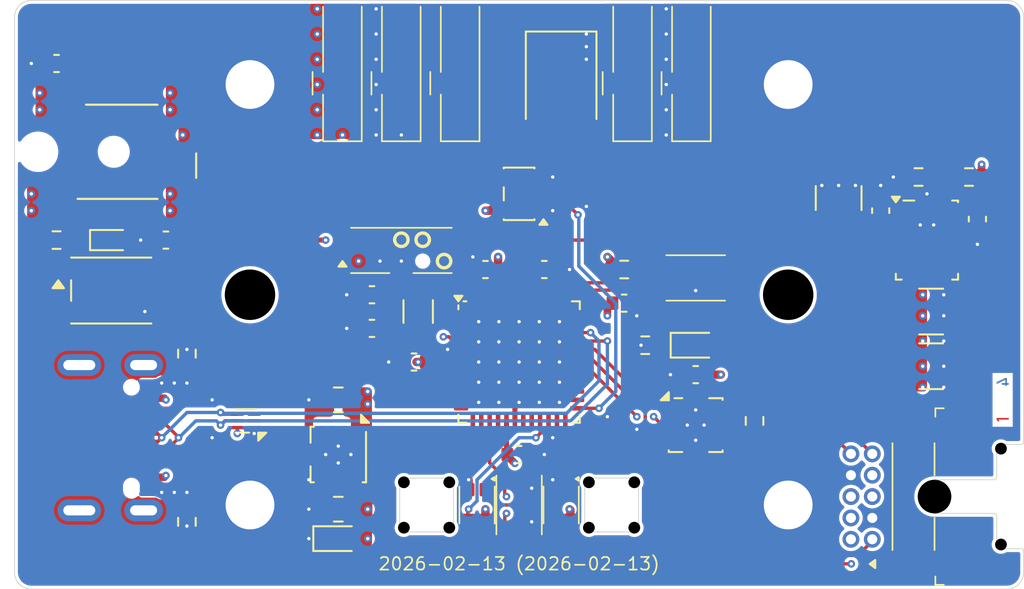
<source format=kicad_pcb>
(kicad_pcb (version 20241229) (generator "pcbnew") (generator_version "9.0")
  (title_block (date "2026-02-13") (rev "2026-02-13"))
  (layers (0 "F.Cu" signal "Front") (4 "In1.Cu" power) (6 "In2.Cu" power) (2 "B.Cu" signal "Back") (13 "F.Paste" user) (5 "F.SilkS" user "F.Silkscreen") (1 "F.Mask" user) (3 "B.Mask" user) (25 "Edge.Cuts" user))
  (property "Order-Number" "JLCJLCJLCJLC")
  (net 0 "")
  (net 1 "GND")
  (net 2 "Net-(D101-OUT)")
  (net 3 "+3V3")
  (net 4 "/SWDIO")
  (net 6 "Net-(D103-K)")
  (net 9 "/+24V-Input")
  (net 10 "/Power +5V/Feedback")
  (net 11 "Net-(D401-K)")
  (net 12 "/MIDI In/Tip")
  (net 13 "/USB-CC1")
  (net 14 "/Link Socket/TX-Z")
  (net 15 "/MIDI In/Sleeve")
  (net 16 "/LED-onboard")
  (net 18 "/MIDI In/Ring")
  (net 19 "/USB-CC2")
  (net 21 "Shield")
  (net 24 "/MIDI-In")
  (net 25 "/VDDCORE")
  (net 26 "/SWCLK")
  (net 29 "+5V")
  (net 30 "/XIN32")
  (net 31 "/USB+")
  (net 32 "/RESET")
  (net 33 "/XOUT32")
  (net 34 "/USB-")
  (net 38 "/Button-LED")
  (net 40 "/Button")
  (net 43 "/LED-Data")
  (net 47 "/Link Socket/TX-Y")
  (net 48 "/Link Socket/RX-A")
  (net 51 "/Link Socket/RX-B")
  (net 52 "/LED Strip/WS2812-data")
  (net 55 "/Socket-TX")
  (net 56 "/Socket-RX")
  (net 61 "/Power +5V/Vcc")
  (net 66 "+VBUS")
  (net 71 "/Socket-TX-Enable")
  (footprint "V2_Button_Switch_SMD:SKSG" (layer "F.Cu") (at 147 110 -90)
    (property "Reference" "SW101" (hide yes))
    (property "Value" "SKSG" (hide yes))
  )
  (footprint "V2_PCB_Devices:PCB_Plug_Horizontal" (layer "F.Cu") (at 168 109.5 -90)
    (property "Reference" "PLUG101" (hide yes))
    (property "Value" "PCB_Plug_Horizontal" (hide yes))
    (fp_line (start -1 -3.7) (end 1 -3.7) (stroke (width 0.05)) (layer "Edge.Cuts"))
    (fp_line (start 1 -3.7) (end 1 -7.25) (stroke (width 0.05)) (layer "Edge.Cuts"))
    (fp_line (start -1 -7.25) (end -1 -3.7) (stroke (width 0.05)) (layer "Edge.Cuts"))
    (fp_line (start -3.1 -7.4) (end -1.15 -7.4) (stroke (width 0.05)) (layer "Edge.Cuts"))
    (fp_line (start 1.15 -7.4) (end 3.1 -7.4) (stroke (width 0.05)) (layer "Edge.Cuts"))
    (fp_line (start 3.1 -7.4) (end 3.1 -8.85) (stroke (width 0.05)) (layer "Edge.Cuts"))
    (fp_line (start -3.1 -8.85) (end -3.1 -7.4) (stroke (width 0.05)) (layer "Edge.Cuts"))
    (fp_arc (start 1 -7.25) (mid 1.043934 -7.356066) (end 1.15 -7.4) (stroke (width 0.05)) (layer "Edge.Cuts"))
    (fp_arc (start -1.15 -7.4) (mid -1.043934 -7.356066) (end -1 -7.25) (stroke (width 0.05)) (layer "Edge.Cuts"))
    (fp_arc (start 3.1 -8.85) (mid 3.143934 -8.956066) (end 3.25 -9) (stroke (width 0.05)) (layer "Edge.Cuts"))
    (fp_arc (start -3.25 -9) (mid -3.143934 -8.956066) (end -3.1 -8.85) (stroke (width 0.05)) (layer "Edge.Cuts"))
  )
  (footprint "V2_Artwork:Arrow_Out" (layer "F.Cu") (at 173.5 113.25)
    (property "Reference" "ICON101" (hide yes))
    (property "Value" "Arrow_Out" (hide yes))
  )
  (footprint "V2_Connector_USB:JAE_DX07S016JA3" (layer "F.Cu") (at 122 106 -90)
    (property "Reference" "J102" (hide yes))
    (property "Value" "DX07S016JA3" (hide yes))
  )
  (footprint "V2_Capacitor_SMD:C_0603" (layer "F.Cu") (at 119.5 83.75 180)
    (property "Reference" "C402" (hide yes))
    (property "Value" "0u1" (hide yes))
  )
  (footprint "V2_Capacitor_SMD:C_1210" (layer "F.Cu") (at 171.5 101.75)
    (property "Reference" "C504" (hide yes))
    (property "Value" "22u" (hide yes))
  )
  (footprint "V2_Spacer_Wurth:9774030243" (layer "F.Cu") (at 131 85)
    (property "Reference" "SPACER102" (hide yes))
    (property "Value" "9774030243" (hide yes))
  )
  (footprint "V2_Fiducial:Fiducial_0.5mm_Mask1mm_Paste" (layer "F.Cu") (at 176 114)
    (property "Reference" "FID103" (hide yes))
    (property "Value" "Fiducial_Paste" (hide yes))
  )
  (footprint "V2_Connector_WAGO:2065-100" (layer "F.Cu") (at 143.5 84.5 -90)
    (property "Reference" "J303" (hide yes))
    (property "Value" "WAGO 2065-100" (hide yes))
  )
  (footprint "V2_Capacitor_SMD:C_0603" (layer "F.Cu") (at 138.25 99.5 180)
    (property "Reference" "C109" (hide yes))
    (property "Value" "18p" (hide yes))
  )
  (footprint "V2_Connector_Audio:CUI_SJ2-25404B-SMT-TR" (layer "F.Cu") (at 122.5 89)
    (property "Reference" "J401" (hide yes))
    (property "Value" "SJ2-25404B-SMT-TR" (hide yes))
  )
  (footprint "V2_Diode_SMD:D_SOD-523" (layer "F.Cu") (at 122.75 94.25)
    (property "Reference" "D401" (hide yes))
    (property "Value" "RB501SM" (hide yes))
  )
  (footprint "V2_LED:WS2812-2020" (layer "F.Cu") (at 144.5 110 90)
    (property "Reference" "D101" (hide yes))
    (property "Value" "WS2812" (hide yes))
  )
  (footprint "V2_Connector_Header_1.27mm:PinHeader_2x05_P1.27mm_Horizontal" (layer "F.Cu") (at 168 109.5 -90)
    (property "Reference" "J201" (hide yes))
    (property "Value" "2x05_Horizontal" (hide yes))
  )
  (footprint "V2_Package_DFN_QFN:QFN-48-1EP_7x7mm_P0.5mm_EP5.45x5.45mm_ThermalVias" (layer "F.Cu") (at 147 101.5)
    (property "Reference" "U102" (hide yes))
    (property "Value" "ATSAMD51G" (hide yes))
  )
  (footprint "V2_Resistor_SMD:R_0603" (layer "F.Cu") (at 170.75 90.5 180)
    (property "Reference" "R502" (hide yes))
    (property "Value" "10k" (hide yes))
  )
  (footprint "V2_Capacitor_SMD:C_0603" (layer "F.Cu") (at 140.75 101.5 180)
    (property "Reference" "C105" (hide yes))
    (property "Value" "0u1" (hide yes))
  )
  (footprint "V2_Fiducial:Fiducial_0.5mm_Mask1mm_Paste" (layer "F.Cu") (at 118 114)
    (property "Reference" "FID101" (hide yes))
    (property "Value" "Fiducial_Paste" (hide yes))
  )
  (footprint "V2_Capacitor_SMD:C_1210" (layer "F.Cu") (at 166 91.75 90)
    (property "Reference" "C501" (hide yes))
    (property "Value" "10u" (hide yes))
  )
  (footprint "V2_Resistor_SMD:R_0603" (layer "F.Cu") (at 127.25 101 90)
    (property "Reference" "R103" (hide yes))
    (property "Value" "5k1" (hide yes))
  )
  (footprint "V2_Connector_Debug:Cortex" (layer "F.Cu") (at 140 95.5 180)
    (property "Reference" "J101" (hide yes))
    (property "Value" "Cortex" (hide yes))
  )
  (footprint "V2_Package_SON:VSON-8-1_3x3mm_P0.65_EP1.65x2.4mm" (layer "F.Cu") (at 136.25 107 -90)
    (property "Reference" "U101" (hide yes))
    (property "Value" "TPS78433QWDRBRQ1" (hide yes))
  )
  (footprint "V2_Resistor_SMD:R_0603" (layer "F.Cu") (at 173.75 90.5 180)
    (property "Reference" "R501" (hide yes))
    (property "Value" "40k2" (hide yes))
  )
  (footprint "V2_Diode_SMD:D_SMB" (layer "F.Cu") (at 149.5 84.75 -90)
    (property "Reference" "TVS102" (hide yes))
    (property "Value" "SMBJ33CA" (hide yes))
  )
  (footprint "V2_Mechanical:MountingHole_3mm" (layer "F.Cu") (at 163 97.5)
    (property "Reference" "H102" (hide yes))
    (property "Value" "3mm" (hide yes))
  )
  (footprint "V2_Connector_WAGO:2065-100" (layer "F.Cu") (at 153.75 84.5 -90)
    (property "Reference" "J103" (hide yes))
    (property "Value" "WAGO 2065-100" (hide yes))
  )
  (footprint "V2_Resistor_SMD:R_0603" (layer "F.Cu") (at 119.5 94.25 180)
    (property "Reference" "R401" (hide yes))
    (property "Value" "220R" (hide yes))
  )
  (footprint "V2_Capacitor_SMD:C_0603" (layer "F.Cu") (at 153.25 98)
    (property "Reference" "C102" (hide yes))
    (property "Value" "0u1" (hide yes))
  )
  (footprint "V2_Production:Revision" (layer "F.Cu") (at 147 113.5)
    (property "Reference" "INFO102" (hide yes))
    (property "Value" "~" (hide yes))
  )
  (footprint "V2_Capacitor_SMD:C_0603" (layer "F.Cu") (at 126 94.25 180)
    (property "Reference" "C401" (hide yes))
    (property "Value" "0u1" (hide yes))
  )
  (footprint "V2_Artwork:Logo_Small" (layer "F.Cu") (at 173.5 83.25)
    (property "Reference" "ICON103" (hide yes))
    (property "Value" "V2-logo" (hide yes))
  )
  (footprint "V2_Capacitor_SMD:C_0603" (layer "F.Cu") (at 147 107)
    (property "Reference" "C104" (hide yes))
    (property "Value" "0u1" (hide yes))
  )
  (footprint "V2_Button_Switch_SMD:SKSG" (layer "F.Cu") (at 157.5 96.5 180)
    (property "Reference" "SW102" (hide yes))
    (property "Value" "SKSG" (hide yes))
  )
  (footprint "V2_Capacitor_SMD:C_0603" (layer "F.Cu") (at 138.25 97.5 180)
    (property "Reference" "C108" (hide yes))
    (property "Value" "18p" (hide yes))
  )
  (footprint "V2_Capacitor_SMD:C_0805" (layer "F.Cu") (at 136.25 103.75 180)
    (property "Reference" "C107" (hide yes))
    (property "Value" "10u" (hide yes))
  )
  (footprint "V2_Resistor_SMD:R_0603" (layer "F.Cu") (at 153.25 96)
    (property "Reference" "R105" (hide yes))
    (property "Value" "100k" (hide yes))
  )
  (footprint "V2_Resistor_SMD:R_0603" (layer "F.Cu") (at 161 105 -90)
    (property "Reference" "R201" (hide yes))
    (property "Value" "100R" (hide yes))
  )
  (footprint "V2_Capacitor_SMD:C_0603" (layer "F.Cu") (at 157.5 102.25 180)
    (property "Reference" "C201" (hide yes))
    (property "Value" "0u1" (hide yes))
  )
  (footprint "V2_Artwork:Plus_Small" (layer "F.Cu") (at 150.75 89.25)
    (property "Reference" "ICON104" (hide yes))
    (property "Value" "Plus" (hide yes))
  )
  (footprint "V2_Package_TO_SOT_SMD:SOT-23-5" (layer "F.Cu") (at 147 91.5 180)
    (property "Reference" "U301" (hide yes))
    (property "Value" "74AHC1G125" (hide yes))
  )
  (footprint "V2_Spacer_Wurth:9774030243" (layer "F.Cu") (at 131 110)
    (property "Reference" "SPACER103" (hide yes))
    (property "Value" "9774030243" (hide yes))
  )
  (footprint "V2_Capacitor_SMD:C_0603" (layer "F.Cu") (at 174.25 93 -90)
    (property "Reference" "C505" (hide yes))
    (property "Value" "1u" (hide yes))
  )
  (footprint "V2_Capacitor_SMD:C_0603" (layer "F.Cu") (at 148.5 96)
    (property "Reference" "C101" (hide yes))
    (property "Value" "10u" (hide yes))
  )
  (footprint "V2_Capacitor_SMD:C_0603" (layer "F.Cu") (at 168.5 92.5 90)
    (property "Reference" "C502" (hide yes))
    (property "Value" "0u1" (hide yes))
  )
  (footprint "V2_Connector_WAGO:2065-100" (layer "F.Cu") (at 136.5 84.5 -90)
    (property "Reference" "J301" (hide yes))
    (property "Value" "WAGO 2065-100" (hide yes))
  )
  (footprint "V2_Spacer_Wurth:9774030243" (layer "F.Cu") (at 163 110)
    (property "Reference" "SPACER104" (hide yes))
    (property "Value" "9774030243" (hide yes))
  )
  (footprint "V2_Artwork:Dot_Small" (layer "F.Cu") (at 143.5 89.5)
    (property "Reference" "ICON106" (hide yes))
    (property "Value" "Dot" (hide yes))
  )
  (footprint "V2_Mechanical:MountingHole_3mm" (layer "F.Cu") (at 131 97.5)
    (property "Reference" "H101" (hide yes))
    (property "Value" "3mm" (hide yes))
  )
  (footprint "V2_Artwork:Plus_Small" (layer "F.Cu") (at 136.5 89.5)
    (property "Reference" "ICON102" (hide yes))
    (property "Value" "Plus" (hide yes))
  )
  (footprint "V2_Spacer_Wurth:9774030243" (layer "F.Cu") (at 163 85 90)
    (property "Reference" "SPACER101" (hide yes))
    (property "Value" "9774030243" (hide yes))
  )
  (footprint "V2_Production:Layer_Numbers" (layer "F.Cu") (at 175.75 103.75 90)
    (property "Reference" "INFO101" (hide yes))
    (property "Value" "Layer_Numbers" (hide yes))
  )
  (footprint "V2_LED:WS2812-2020" (layer "F.Cu") (at 149.5 110 90)
    (property "Reference" "D102" (hide yes))
    (property "Value" "WS2812" (hide yes))
  )
  (footprint "V2_Resistor_SMD:R_0603" (layer "F.Cu") (at 154.5 100.5 180)
    (property "Reference" "R101" (hide yes))
    (property "Value" "330R" (hide yes))
  )
  (footprint "V2_Converter_DCDC:QFN-11" (layer "F.Cu") (at 171.25 94.25)
    (property "Reference" "U501" (hide yes))
    (property "Value" "TPSM33625" (hide yes))
  )
  (footprint "V2_Artwork:Board_control_Small" (layer "F.Cu") (at 171.5 86.75)
    (property "Reference" "ICON105" (hide yes))
    (property "Value" "Board_control" (hide yes))
  )
  (footprint "V2_Diode_SMD:D_0603" (layer "F.Cu") (at 136.25 112)
    (property "Reference" "TVS101" (hide yes))
    (property "Value" "CG0603MLC-05LE" (hide yes))
  )
  (footprint "V2_Capacitor_SMD:C_0603" (layer "F.Cu") (at 145 96 180)
    (property "Reference" "C103" (hide yes))
    (property "Value" "0u1" (hide yes))
  )
  (footprint "V2_Crystal:Crystal_SMD_3215-2Pin_3.2x1.5mm" (layer "F.Cu") (at 141 98.5 90)
    (property "Reference" "Y101" (hide yes))
    (property "Value" "32k768" (hide yes))
  )
  (footprint "V2_Resistor_SMD:R_0603" (layer "F.Cu") (at 127.25 111 -90)
    (property "Reference" "R104" (hide yes))
    (property "Value" "5k1" (hide yes))
  )
  (footprint "V2_Capacitor_SMD:C_1210" (layer "F.Cu") (at 171.5 98.5)
    (property "Reference" "C503" (hide yes))
    (property "Value" "22u" (hide yes))
  )
  (footprint "V2_LED:LED_0603" (layer "F.Cu") (at 157.5 100.5)
    (property "Reference" "D103" (hide yes))
    (property "Value" "Orange" (hide yes))
  )
  (footprint "V2_Package_SON:VSON-10-4-1EP_3x3mm_P0.5mm_EP1.65x2.4mm_ThermalVias" (layer "F.Cu") (at 157.5 105.25)
    (property "Reference" "U201" (hide yes))
    (property "Value" "~" (hide yes))
  )
  (footprint "V2_PCB_Devices:PCB_Button-bottom" (layer "F.Cu") (at 147 110 90)
    (property "Reference" "SWB101" (hide yes))
    (property "Value" "Button-bottom" (hide yes))
    (fp_line (start 1.6 -7.1) (end -1.6 -7.1) (stroke (width 0.05)) (layer "Edge.Cuts"))
    (fp_line (start -1.6 -7.1) (end -1.6 -3.9) (stroke (width 0.05)) (layer "Edge.Cuts"))
    (fp_line (start 1.6 -3.9) (end 1.6 -7.1) (stroke (width 0.05)) (layer "Edge.Cuts"))
    (fp_line (start -1.6 -3.9) (end 1.6 -3.9) (stroke (width 0.05)) (layer "Edge.Cuts"))
    (fp_line (start 1.6 3.9) (end -1.6 3.9) (stroke (width 0.05)) (layer "Edge.Cuts"))
    (fp_line (start -1.6 3.9) (end -1.6 7.1) (stroke (width 0.05)) (layer "Edge.Cuts"))
    (fp_line (start 1.6 7.1) (end 1.6 3.9) (stroke (width 0.05)) (layer "Edge.Cuts"))
    (fp_line (start -1.6 7.1) (end 1.6 7.1) (stroke (width 0.05)) (layer "Edge.Cuts"))
  )
  (footprint "V2_Capacitor_SMD:C_0805" (layer "F.Cu") (at 136.25 110.25 180)
    (property "Reference" "C106" (hide yes))
    (property "Value" "10u" (hide yes))
  )
  (footprint "V2_ESD_Suppressor:SLP1210N6" (layer "F.Cu") (at 130.75 105 180)
    (property "Reference" "ESD101" (hide yes))
    (property "Value" "RCLAMP0582N" (hide yes))
  )
  (footprint "V2_Package_SO:SO-5-6_4.55x3.7mm_P1.27mm" (layer "F.Cu") (at 122.75 97.25)
    (property "Reference" "U401" (hide yes))
    (property "Value" "TLP2361" (hide yes))
  )
  (footprint "V2_Fiducial:Fiducial_0.5mm_Mask1mm_Paste" (layer "F.Cu") (at 118 81)
    (property "Reference" "FID102" (hide yes))
    (property "Value" "Fiducial_Paste" (hide yes))
  )
  (footprint "V2_Connector_WAGO:2065-100" (layer "F.Cu") (at 157.25 84.5 -90)
    (property "Reference" "J104" (hide yes))
    (property "Value" "WAGO 2065-100" (hide yes))
  )
  (footprint "V2_Connector_WAGO:2065-100" (layer "F.Cu") (at 140 84.5 -90)
    (property "Reference" "J302" (hide yes))
    (property "Value" "WAGO 2065-100" (hide yes))
  )
  (gr_line (start 117 81) (end 117 114) (stroke (width 0.05)) (layer "Edge.Cuts"))
  (gr_arc (start 117 81) (mid 117.292893 80.292893) (end 118 80) (stroke (width 0.05)) (layer "Edge.Cuts"))
  (gr_line (start 118 80) (end 176 80) (stroke (width 0.05)) (layer "Edge.Cuts"))
  (gr_arc (start 118 115) (mid 117.292893 114.707107) (end 117 114) (stroke (width 0.05)) (layer "Edge.Cuts"))
  (gr_line (start 118 115) (end 176 115) (stroke (width 0.05)) (layer "Edge.Cuts"))
  (gr_arc (start 176 80) (mid 176.707107 80.292893) (end 177 81) (stroke (width 0.05)) (layer "Edge.Cuts"))
  (gr_line (start 177 81) (end 177 106.25) (stroke (width 0.05)) (layer "Edge.Cuts"))
  (gr_arc (start 177 114) (mid 176.707107 114.707107) (end 176 115) (stroke (width 0.05)) (layer "Edge.Cuts"))
  (gr_line (start 177 114) (end 177 112.75) (stroke (width 0.05)) (layer "Edge.Cuts"))
  (segment (start 125.05 102.9) (end 125.6 102.9) (width 0.5) (layer "F.Cu") (net 1))
  (segment (start 147.25 98.05) (end 147.25 98.775) (width 0.3) (layer "F.Cu") (net 1))
  (segment (start 144 108.935) (end 143.85 109.085) (width 0.5) (layer "F.Cu") (net 1))
  (segment (start 156.725 102.25) (end 156 102.25) (width 0.5) (layer "F.Cu") (net 1))
  (segment (start 149 108.5) (end 149 109.035) (width 0.5) (layer "F.Cu") (net 1))
  (segment (start 118 83.75) (end 118.725 83.75) (width 0.5) (layer "F.Cu") (net 1))
  (segment (start 124.5 94.25) (end 125.225 94.25) (width 0.5) (layer "F.Cu") (net 1))
  (segment (start 142.7169 100.667354) (end 142.799546 100.75) (width 0.25) (layer "F.Cu") (net 1))
  (segment (start 148.1375 92.45) (end 148.996572 92.45) (width 0.5) (layer "F.Cu") (net 1))
  (segment (start 174.25 94.5) (end 174.25 93.775) (width 0.5) (layer "F.Cu") (net 1))
  (segment (start 136.75 99.5) (end 137.475 99.5) (width 0.5) (layer "F.Cu") (net 1))
  (segment (start 147.25 98.775) (end 147 99.025) (width 0.3) (layer "F.Cu") (net 1))
  (segment (start 148.95 90.55) (end 149 90.5) (width 0.5) (layer "F.Cu") (net 1))
  (segment (start 144.25 95.25) (end 144.225 95.275) (width 0.5) (layer "F.Cu") (net 1))
  (segment (start 125.6 109.1) (end 125.75 109.25) (width 0.45) (layer "F.Cu") (net 1))
  (segment (start 150.45 99.25) (end 149.7 99.25) (width 0.3) (layer "F.Cu") (net 1))
  (segment (start 142.799546 100.75) (end 143.55 100.75) (width 0.25) (layer "F.Cu") (net 1))
  (segment (start 168.5 91) (end 168.5 91.725) (width 0.5) (layer "F.Cu") (net 1))
  (segment (start 158.975 97.25) (end 157.5 97.25) (width 0.2) (layer "F.Cu") (net 1))
  (segment (start 157.4 106.25) (end 157.5 106.15) (width 0.3) (layer "F.Cu") (net 1))
  (segment (start 124.75 98.52) (end 125.9 98.52) (width 0.5) (layer "F.Cu") (net 1))
  (segment (start 156.025 97.25) (end 155.9375 97.3375) (width 0.2) (layer "F.Cu") (net 1))
  (segment (start 144.25 98.05) (end 144.25 98.75) (width 0.2) (layer "F.Cu") (net 1))
  (segment (start 144.25 98.75) (end 144.525 99.025) (width 0.2) (layer "F.Cu") (net 1))
  (segment (start 147.802323 111.011691) (end 147.824848 111.034216) (width 0.2) (layer "F.Cu") (net 1))
  (segment (start 127.25 100.75) (end 127.25 100.175) (width 0.5) (layer "F.Cu") (net 1))
  (segment (start 125.6 102.9) (end 125.75 102.75) (width 0.5) (layer "F.Cu") (net 1))
  (segment (start 156.025 104.75) (end 157.1 104.75) (width 0.3) (layer "F.Cu") (net 1))
  (segment (start 154.025 98.725) (end 154.025 98) (width 0.5) (layer "F.Cu") (net 1))
  (segment (start 148.996572 92.45) (end 149 92.446572) (width 0.5) (layer "F.Cu") (net 1))
  (segment (start 144.225 95.275) (end 144.225 96) (width 0.5) (layer "F.Cu") (net 1))
  (segment (start 146.75 104.95) (end 146.75 104.225) (width 0.3) (layer "F.Cu") (net 1))
  (segment (start 169.25 90.5) (end 169.925 90.5) (width 0.5) (layer "F.Cu") (net 1))
  (segment (start 148.5 107) (end 147.775 107) (width 0.45) (layer "F.Cu") (net 1))
  (segment (start 149.998146 96) (end 149.275 96) (width 0.5) (layer "F.Cu") (net 1))
  (segment (start 127.25 111.25) (end 127.25 111.825) (width 0.5) (layer "F.Cu") (net 1))
  (segment (start 147.824848 108.988168) (end 147.824848 108.4375) (width 0.2) (layer "F.Cu") (net 1))
  (segment (start 171.25 91.55) (end 171.25 92.55) (width 0.3) (layer "F.Cu") (net 1))
  (segment (start 147.820681 108.992335) (end 147.824848 108.988168) (width 0.2) (layer "F.Cu") (net 1))
  (segment (start 146.75 104.225) (end 147 103.975) (width 0.3) (layer "F.Cu") (net 1))
  (segment (start 131.25 105.727716) (end 131.247161 105.730555) (width 0.2) (layer "F.Cu") (net 1))
  (segment (start 125.05 109.1) (end 125.6 109.1) (width 0.45) (layer "F.Cu") (net 1))
  (segment (start 159.0625 97.3375) (end 158.975 97.25) (width 0.2) (layer "F.Cu") (net 1))
  (segment (start 125.75 102.75) (end 127.25 102.75) (width 0.5) (layer "F.Cu") (net 1))
  (segment (start 156.025 106.25) (end 157.4 106.25) (width 0.3) (layer "F.Cu") (net 1))
  (segment (start 153.675 100.5) (end 154.25 100.5) (width 0.5) (layer "F.Cu") (net 1))
  (segment (start 125.057236 102.892764) (end 125.05 102.9) (width 0.5) (layer "F.Cu") (net 1))
  (segment (start 139.345156 101.508324) (end 139.991676 101.508324) (width 0.5) (layer "F.Cu") (net 1))
  (segment (start 125.75 109.25) (end 127.25 109.25) (width 0.45) (layer "F.Cu") (net 1))
  (segment (start 148.1375 90.55) (end 148.95 90.55) (width 0.5) (layer "F.Cu") (net 1))
  (segment (start 136.7995 97.5) (end 137.475 97.5) (width 0.5) (layer "F.Cu") (net 1))
  (segment (start 157.1 104.75) (end 157.5 104.35) (width 0.3) (layer "F.Cu") (net 1))
  (segment (start 149.7 99.25) (end 149.475 99.025) (width 0.3) (layer "F.Cu") (net 1))
  (segment (start 131.25 105.4) (end 131.25 105.727716) (width 0.2) (layer "F.Cu") (net 1))
  (segment (start 144 108.5) (end 144 108.935) (width 0.5) (layer "F.Cu") (net 1))
  (segment (start 154 98.75) (end 154.025 98.725) (width 0.5) (layer "F.Cu") (net 1))
  (segment (start 147.824848 111.034216) (end 147.824848 111.5625) (width 0.2) (layer "F.Cu") (net 1))
  (segment (start 157.5 97.25) (end 156.025 97.25) (width 0.2) (layer "F.Cu") (net 1))
  (via (at 134.5 103.75) (size 0.45) (drill 0.2) (layers "F.Cu" "B.Cu") (net 1))
  (via (at 124.75 98.5) (size 0.45) (drill 0.2) (layers "F.Cu" "B.Cu") (net 1))
  (via (at 155.75 88) (size 0.45) (drill 0.2) (layers "F.Cu" "B.Cu") (net 1))
  (via (at 171.25 91.5) (size 0.45) (drill 0.2) (layers "F.Cu" "B.Cu") (net 1))
  (via (at 156 102.25) (size 0.45) (drill 0.2) (layers "F.Cu" "B.Cu") (net 1))
  (via (at 152.25 104.75) (size 0.45) (drill 0.2) (layers "F.Cu" "B.Cu") (net 1))
  (via (at 151 92.25) (size 0.45) (drill 0.2) (layers "F.Cu" "B.Cu") (net 1))
  (via (at 165 91) (size 0.45) (drill 0.2) (layers "F.Cu" "B.Cu") (net 1))
  (via (at 172.25 98.75) (size 0.45) (drill 0.2) (layers "F.Cu" "B.Cu") (net 1))
  (via (at 155.75 83.5) (size 0.45) (drill 0.2) (layers "F.Cu" "B.Cu") (net 1))
  (via (at 168.5 91) (size 0.45) (drill 0.2) (layers "F.Cu" "B.Cu") (net 1))
  (via (at 151 83.5) (size 0.45) (drill 0.2) (layers "F.Cu" "B.Cu") (net 1))
  (via (at 126.5 109.25) (size 0.45) (drill 0.2) (layers "F.Cu" "B.Cu") (net 1))
  (via (at 138.5 88) (size 0.45) (drill 0.2) (layers "F.Cu" "B.Cu") (net 1))
  (via (at 127.25 109.25) (size 0.45) (drill 0.2) (layers "F.Cu" "B.Cu") (net 1))
  (via (at 140 88) (size 0.45) (drill 0.2) (layers "F.Cu" "B.Cu") (net 1))
  (via (at 126.5 102.75) (size 0.45) (drill 0.2) (layers "F.Cu" "B.Cu") (net 1))
  (via (at 131.25 105.75) (size 0.45) (drill 0.2) (layers "F.Cu" "B.Cu") (net 1))
  (via (at 144 108.5) (size 0.45) (drill 0.2) (layers "F.Cu" "B.Cu") (net 1))
  (via (at 149 106) (size 0.45) (drill 0.2) (layers "F.Cu" "B.Cu") (net 1))
  (via (at 174.25 94.5) (size 0.45) (drill 0.2) (layers "F.Cu" "B.Cu") (net 1))
  (via (at 138.5 82) (size 0.45) (drill 0.2) (layers "F.Cu" "B.Cu") (net 1))
  (via (at 138.5 83.5) (size 0.45) (drill 0.2) (layers "F.Cu" "B.Cu") (net 1))
  (via (at 172.25 103) (size 0.45) (drill 0.2) (layers "F.Cu" "B.Cu") (net 1))
  (via (at 127.25 102.75) (size 0.45) (drill 0.2) (layers "F.Cu" "B.Cu") (net 1))
  (via (at 127.25 111.25) (size 0.45) (drill 0.2) (layers "F.Cu" "B.Cu") (net 1))
  (via (at 149 92.5) (size 0.45) (drill 0.2) (layers "F.Cu" "B.Cu") (net 1))
  (via (at 142.75 100.75) (size 0.45) (drill 0.2) (layers "F.Cu" "B.Cu") (net 1))
  (via (at 154 105.5) (size 0.45) (drill 0.2) (layers "F.Cu" "B.Cu") (net 1))
  (via (at 134.5 112) (size 0.45) (drill 0.2) (layers "F.Cu" "B.Cu") (net 1))
  (via (at 139.25 101.5) (size 0.45) (drill 0.2) (layers "F.Cu" "B.Cu") (net 1))
  (via (at 157.5 97.25) (size 0.45) (drill 0.2) (layers "F.Cu" "B.Cu") (net 1))
  (via (at 167 91) (size 0.45) (drill 0.2) (layers "F.Cu" "B.Cu") (net 1))
  (via (at 150 96) (size 0.45) (drill 0.2) (layers "F.Cu" "B.Cu") (net 1))
  (via (at 138.5 80.5) (size 0.45) (drill 0.2) (layers "F.Cu" "B.Cu") (net 1))
  (via (at 138.5 86.5) (size 0.45) (drill 0.2) (layers "F.Cu" "B.Cu") (net 1))
  (via (at 155.75 86.5) (size 0.45) (drill 0.2) (layers "F.Cu" "B.Cu") (net 1))
  (via (at 125.75 109.25) (size 0.45) (drill 0.2) (layers "F.Cu" "B.Cu") (net 1))
  (via (at 154.25 100.5) (size 0.45) (drill 0.2) (layers "F.Cu" "B.Cu") (net 1))
  (via (at 134.5 110.25) (size 0.45) (drill 0.2) (layers "F.Cu" "B.Cu") (net 1))
  (via (at 155.75 80.5) (size 0.45) (drill 0.2) (layers "F.Cu" "B.Cu") (net 1))
  (via (at 134.5 108.5) (size 0.45) (drill 0.2) (layers "F.Cu" "B.Cu") (net 1))
  (via (at 148.5 107) (size 0.45) (drill 0.2) (layers "F.Cu" "B.Cu") (net 1))
  (via (at 151 82) (size 0.45) (drill 0.2) (layers "F.Cu" "B.Cu") (net 1))
  (via (at 155.75 82) (size 0.45) (drill 0.2) (layers "F.Cu" "B.Cu") (net 1))
  (via (at 125.75 102.75) (size 0.45) (drill 0.2) (layers "F.Cu" "B.Cu") (net 1))
  (via (at 144.25 95.25) (size 0.45) (drill 0.2) (layers "F.Cu" "B.Cu") (net 1))
  (via (at 149 108.5) (size 0.45) (drill 0.2) (layers "F.Cu" "B.Cu") (net 1))
  (via (at 128.75 103.75) (size 0.45) (drill 0.2) (layers "F.Cu" "B.Cu") (net 1))
  (via (at 118 83.75) (size 0.45) (drill 0.2) (layers "F.Cu" "B.Cu") (net 1))
  (via (at 138.5 85) (size 0.45) (drill 0.2) (layers "F.Cu" "B.Cu") (net 1))
  (via (at 151 82.75) (size 0.45) (drill 0.2) (layers "F.Cu" "B.Cu") (net 1))
  (via (at 127.25 100.75) (size 0.45) (drill 0.2) (layers "F.Cu" "B.Cu") (net 1))
  (via (at 169.25 90.5) (size 0.45) (drill 0.2) (layers "F.Cu" "B.Cu") (net 1))
  (via (at 154 98.75) (size 0.45) (drill 0.2) (layers "F.Cu" "B.Cu") (net 1))
  (via (at 172.25 100.25) (size 0.45) (drill 0.2) (layers "F.Cu" "B.Cu") (net 1))
  (via (at 172.25 101.75) (size 0.45) (drill 0.2) (layers "F.Cu" "B.Cu") (net 1))
  (via (at 128.75 106) (size 0.45) (drill 0.2) (layers "F.Cu" "B.Cu") (net 1))
  (via (at 166 91) (size 0.45) (drill 0.2) (layers "F.Cu" "B.Cu") (net 1))
  (via (at 147.75 109) (size 0.45) (drill 0.2) (layers "F.Cu" "B.Cu") (net 1))
  (via (at 136.75 97.5) (size 0.45) (drill 0.2) (layers "F.Cu" "B.Cu") (net 1))
  (via (at 136.75 99.5) (size 0.45) (drill 0.2) (layers "F.Cu" "B.Cu") (net 1))
  (via (at 149 90.5) (size 0.45) (drill 0.2) (layers "F.Cu" "B.Cu") (net 1))
  (via (at 124.5 94.25) (size 0.45) (drill 0.2) (layers "F.Cu" "B.Cu") (net 1))
  (via (at 147.75 111) (size 0.45) (drill 0.2) (layers "F.Cu" "B.Cu") (net 1))
  (via (at 172.25 97.5) (size 0.45) (drill 0.2) (layers "F.Cu" "B.Cu") (net 1))
  (via (at 155.75 85) (size 0.45) (drill 0.2) (layers "F.Cu" "B.Cu") (net 1))
  (segment (start 148.035 110) (end 148.95 110.915) (width 0.2) (layer "F.Cu") (net 2))
  (segment (start 145.877651 110) (end 148.035 110) (width 0.2) (layer "F.Cu") (net 2))
  (segment (start 144.962651 109.085) (end 145.877651 110) (width 0.2) (layer "F.Cu") (net 2))
  (segment (start 158.975 103.725) (end 158.275 103.025) (width 0.3) (layer "F.Cu") (net 3))
  (segment (start 150.45 98.75) (end 150.75 98.75) (width 0.3) (layer "F.Cu") (net 3))
  (segment (start 143 101.25) (end 142.75 101.5) (width 0.3) (layer "F.Cu") (net 3))
  (segment (start 152.25 95.25) (end 152.425 95.425) (width 0.5) (layer "F.Cu") (net 3))
  (segment (start 158.275 102.25) (end 159 102.25) (width 0.5) (layer "F.Cu") (net 3))
  (segment (start 146.25 106.975) (end 146.225 107) (width 0.3) (layer "F.Cu") (net 3))
  (segment (start 158.275 103.025) (end 158.275 102.25) (width 0.3) (layer "F.Cu") (net 3))
  (segment (start 145.75 95.25) (end 145.75 95.975) (width 0.5) (layer "F.Cu") (net 3))
  (segment (start 141.548832 101.498832) (end 141.55 101.5) (width 0.5) (layer "F.Cu") (net 3))
  (segment (start 146.25 104.95) (end 146.25 106.975) (width 0.3) (layer "F.Cu") (net 3))
  (segment (start 140.8995 101.498832) (end 141.548832 101.498832) (width 0.5) (layer "F.Cu") (net 3))
  (segment (start 135.5 94.25) (end 126.775 94.25) (width 0.3) (layer "F.Cu") (net 3))
  (segment (start 152.425 95.425) (end 152.425 96) (width 0.5) (layer "F.Cu") (net 3))
  (segment (start 146.75 107.525) (end 146.225 107) (width 0.45) (layer "F.Cu") (net 3))
  (segment (start 142.824345 100) (end 142.5 100) (width 0.2) (layer "F.Cu") (net 3))
  (segment (start 151.5 98) (end 152.475 98) (width 0.3) (layer "F.Cu") (net 3))
  (segment (start 126.775 94.25) (end 126.775 95.725) (width 0.3) (layer "F.Cu") (net 3))
  (segment (start 152.25 98.75) (end 152.25 98.225) (width 0.45) (layer "F.Cu") (net 3))
  (segment (start 152.25 98.225) (end 152.475 98) (width 0.45) (layer "F.Cu") (net 3))
  (segment (start 143.074345 100.25) (end 142.824345 100) (width 0.2) (layer "F.Cu") (net 3))
  (segment (start 126.52 95.98) (end 125.9 95.98) (width 0.3) (layer "F.Cu") (net 3))
  (segment (start 150.75 98.75) (end 151.5 98) (width 0.3) (layer "F.Cu") (net 3))
  (segment (start 146.25 96.475) (end 145.775 96) (width 0.3) (layer "F.Cu") (net 3))
  (segment (start 158.975 104.25) (end 158.975 103.725) (width 0.3) (layer "F.Cu") (net 3))
  (segment (start 142.75 101.5) (end 141.55 101.5) (width 0.3) (layer "F.Cu") (net 3))
  (segment (start 143.55 101.25) (end 143 101.25) (width 0.3) (layer "F.Cu") (net 3))
  (segment (start 143.55 100.25) (end 143.074345 100.25) (width 0.2) (layer "F.Cu") (net 3))
  (segment (start 126.775 95.725) (end 126.52 95.98) (width 0.3) (layer "F.Cu") (net 3))
  (segment (start 145.75 95.975) (end 145.775 96) (width 0.5) (layer "F.Cu") (net 3))
  (segment (start 146.25 98.05) (end 146.25 96.475) (width 0.3) (layer "F.Cu") (net 3))
  (via (at 152.25 95.25) (size 0.45) (drill 0.2) (layers "F.Cu" "B.Cu") (net 3))
  (via (at 159 102.25) (size 0.45) (drill 0.2) (layers "F.Cu" "B.Cu") (net 3))
  (via (at 135.5 94.25) (size 0.45) (drill 0.2) (layers "F.Cu" "B.Cu") (net 3))
  (via (at 152.25 98.75) (size 0.45) (drill 0.2) (layers "F.Cu" "B.Cu") (net 3))
  (via (at 141 101.5) (size 0.45) (drill 0.2) (layers "F.Cu" "B.Cu") (net 3))
  (via (at 142.5 100) (size 0.45) (drill 0.2) (layers "F.Cu" "B.Cu") (net 3))
  (via (at 138 104) (size 0.45) (drill 0.2) (layers "F.Cu" "B.Cu") (net 3))
  (via (at 138 103.25) (size 0.45) (drill 0.2) (layers "F.Cu" "B.Cu") (net 3))
  (via (at 145.75 95.25) (size 0.45) (drill 0.2) (layers "F.Cu" "B.Cu") (net 3))
  (via (at 146.75 107.525) (size 0.45) (drill 0.2) (layers "F.Cu" "B.Cu") (net 3))
  (segment (start 137.27 94.23) (end 136.5 95) (width 0.2) (layer "F.Cu") (net 4))
  (segment (start 142.407611 96.407611) (end 143.25 97.25) (width 0.2) (layer "F.Cu") (net 4))
  (segment (start 137.46 94.23) (end 137.27 94.23) (width 0.2) (layer "F.Cu") (net 4))
  (segment (start 143.25 97.25) (end 144.934314 97.25) (width 0.2) (layer "F.Cu") (net 4))
  (segment (start 145.25 97.565686) (end 145.25 98.05) (width 0.2) (layer "F.Cu") (net 4))
  (segment (start 144.934314 97.25) (end 145.25 97.565686) (width 0.2) (layer "F.Cu") (net 4))
  (segment (start 136.5 96.045672) (end 136.861939 96.407611) (width 0.2) (layer "F.Cu") (net 4))
  (segment (start 136.861939 96.407611) (end 142.407611 96.407611) (width 0.2) (layer "F.Cu") (net 4))
  (segment (start 136.5 95) (end 136.5 96.045672) (width 0.2) (layer "F.Cu") (net 4))
  (segment (start 156.7125 100.5) (end 155.325 100.5) (width 0.2) (layer "F.Cu") (net 6))
  (segment (start 171.75 92.19) (end 171.775 92.165) (width 0.2) (layer "F.Cu") (net 10))
  (segment (start 171.575 90.5) (end 172.925 90.5) (width 0.2) (layer "F.Cu") (net 10))
  (segment (start 171.775 90.7) (end 171.575 90.5) (width 0.2) (layer "F.Cu") (net 10))
  (segment (start 171.775 92.165) (end 171.775 90.7) (width 0.2) (layer "F.Cu") (net 10))
  (segment (start 119.6 95.98) (end 118.675 95.98) (width 0.2) (layer "F.Cu") (net 11))
  (segment (start 118.675 95.98) (end 118.675 94.25) (width 0.2) (layer "F.Cu") (net 11))
  (segment (start 122.05 94.25) (end 122 94.25) (width 0.2) (layer "F.Cu") (net 11))
  (segment (start 122 94.25) (end 120.27 95.98) (width 0.2) (layer "F.Cu") (net 11))
  (segment (start 120.27 95.98) (end 119.6 95.98) (width 0.2) (layer "F.Cu") (net 11))
  (segment (start 126 88.5) (end 128.5 91) (width 0.2) (layer "F.Cu") (net 12))
  (segment (start 120.355 98.52) (end 119.6 98.52) (width 0.2) (layer "F.Cu") (net 12))
  (segment (start 123.45 94.25) (end 123.45 95.425) (width 0.2) (layer "F.Cu") (net 12))
  (segment (start 127 86) (end 126 87) (width 0.2) (layer "F.Cu") (net 12))
  (segment (start 128.5 91) (end 128.5 93) (width 0.2) (layer "F.Cu") (net 12))
  (segment (start 128.025 93.475) (end 124.225 93.475) (width 0.2) (layer "F.Cu") (net 12))
  (segment (start 126 87) (end 126 88.5) (width 0.2) (layer "F.Cu") (net 12))
  (segment (start 123.45 95.425) (end 120.355 98.52) (width 0.2) (layer "F.Cu") (net 12))
  (segment (start 124.225 93.475) (end 123.45 94.25) (width 0.2) (layer "F.Cu") (net 12))
  (segment (start 128.5 93) (end 128.025 93.475) (width 0.2) (layer "F.Cu") (net 12))
  (segment (start 125.05 104.25) (end 126.83529 104.25) (width 0.2) (layer "F.Cu") (net 13))
  (segment (start 127.8 103.28529) (end 127.8 102.375) (width 0.2) (layer "F.Cu") (net 13))
  (segment (start 126.83529 104.25) (end 127.8 103.28529) (width 0.2) (layer "F.Cu") (net 13))
  (segment (start 127.8 102.375) (end 127.25 101.825) (width 0.2) (layer "F.Cu") (net 13))
  (segment (start 167.145 113) (end 161.5 113) (width 0.2) (layer "F.Cu") (net 14))
  (segment (start 161.5 113) (end 160 111.5) (width 0.2) (layer "F.Cu") (net 14))
  (segment (start 160 106.25) (end 159.5 105.75) (width 0.2) (layer "F.Cu") (net 14))
  (segment (start 168 112.04) (end 168 112.145) (width 0.2) (layer "F.Cu") (net 14))
  (segment (start 160 111.5) (end 160 106.25) (width 0.2) (layer "F.Cu") (net 14))
  (segment (start 159.5 105.75) (end 158.975 105.75) (width 0.2) (layer "F.Cu") (net 14))
  (segment (start 168 112.145) (end 167.145 113) (width 0.2) (layer "F.Cu") (net 14))
  (segment (start 118.775 91.975) (end 120.75 90) (width 0.2) (layer "F.Cu") (net 15))
  (segment (start 118.775 92) (end 118.775 91.975) (width 0.2) (layer "F.Cu") (net 15))
  (segment (start 120.75 84.225) (end 120.275 83.75) (width 0.2) (layer "F.Cu") (net 15))
  (segment (start 120.75 90) (end 120.75 84.225) (width 0.2) (layer "F.Cu") (net 15))
  (segment (start 148.75 98.05) (end 148.75 97.612348) (width 0.2) (layer "F.Cu") (net 16))
  (segment (start 148.75 97.612348) (end 149.137348 97.225) (width 0.2) (layer "F.Cu") (net 16))
  (segment (start 149.137348 97.225) (end 154.725 97.225) (width 0.2) (layer "F.Cu") (net 16))
  (segment (start 158 100.5) (end 158.2875 100.5) (width 0.2) (layer "F.Cu") (net 16))
  (segment (start 154.725 97.225) (end 158 100.5) (width 0.2) (layer "F.Cu") (net 16))
  (segment (start 126 93) (end 127 92) (width 0.2) (layer "F.Cu") (net 18))
  (segment (start 120.325 94.25) (end 121.575 93) (width 0.2) (layer "F.Cu") (net 18))
  (segment (start 121.575 93) (end 126 93) (width 0.2) (layer "F.Cu") (net 18))
  (segment (start 127.8 108.55) (end 127.8 109.625) (width 0.2) (layer "F.Cu") (net 19))
  (segment (start 126.5 107.25) (end 127.8 108.55) (width 0.2) (layer "F.Cu") (net 19))
  (segment (start 125.05 107.25) (end 126.5 107.25) (width 0.2) (layer "F.Cu") (net 19))
  (segment (start 127.8 109.625) (end 127.25 110.175) (width 0.2) (layer "F.Cu") (net 19))
  (segment (start 124.18 110.32) (end 124.675 110.32) (width 0.5) (layer "F.Cu") (net 21))
  (segment (start 139.5 103.25) (end 137.25 101) (width 0.2) (layer "F.Cu") (net 24))
  (segment (start 143.55 103.25) (end 139.5 103.25) (width 0.2) (layer "F.Cu") (net 24))
  (segment (start 126.625 97.25) (end 125.9 97.25) (width 0.2) (layer "F.Cu") (net 24))
  (segment (start 137.25 101) (end 130.375 101) (width 0.2) (layer "F.Cu") (net 24))
  (segment (start 130.375 101) (end 126.625 97.25) (width 0.2) (layer "F.Cu") (net 24))
  (segment (start 147.75 98.05) (end 147.75 96.025) (width 0.3) (layer "F.Cu") (net 25))
  (segment (start 147.75 96.025) (end 147.725 96) (width 0.3) (layer "F.Cu") (net 25))
  (segment (start 145.75 97.5) (end 145.75 98.05) (width 0.2) (layer "F.Cu") (net 26))
  (segment (start 141 94.25) (end 143.525 96.775) (width 0.2) (layer "F.Cu") (net 26))
  (segment (start 138.73 94.23) (end 138.75 94.25) (width 0.2) (layer "F.Cu") (net 26))
  (segment (start 138.75 94.25) (end 141 94.25) (width 0.2) (layer "F.Cu") (net 26))
  (segment (start 145.025 96.775) (end 145.75 97.5) (width 0.2) (layer "F.Cu") (net 26))
  (segment (start 143.525 96.775) (end 145.025 96.775) (width 0.2) (layer "F.Cu") (net 26))
  (segment (start 145 92.5) (end 145.8125 92.5) (width 0.5) (layer "F.Cu") (net 29))
  (segment (start 145.8125 92.5) (end 145.8625 92.45) (width 0.5) (layer "F.Cu") (net 29))
  (segment (start 130.25 105.4) (end 130.25 105.734733) (width 0.2) (layer "F.Cu") (net 29))
  (segment (start 130.25 105.734733) (end 130.249516 105.735217) (width 0.2) (layer "F.Cu") (net 29))
  (segment (start 174.5 89.75) (end 174.5 90.425) (width 0.45) (layer "F.Cu") (net 29))
  (segment (start 174.5 90.425) (end 174.575 90.5) (width 0.45) (layer "F.Cu") (net 29))
  (segment (start 145 110.25) (end 145 110.965) (width 0.5) (layer "F.Cu") (net 29))
  (segment (start 150 110.25) (end 150.05 110.3) (width 0.5) (layer "F.Cu") (net 29))
  (segment (start 150.05 110.3) (end 150.05 110.915) (width 0.5) (layer "F.Cu") (net 29))
  (via (at 145 92.5) (size 0.45) (drill 0.2) (layers "F.Cu" "B.Cu") (net 29))
  (via (at 135 83.5) (size 0.45) (drill 0.2) (layers "F.Cu" "B.Cu") (net 29))
  (via (at 138 110.25) (size 0.45) (drill 0.2) (layers "F.Cu" "B.Cu") (net 29))
  (via (at 145 110.25) (size 0.45) (drill 0.2) (layers "F.Cu" "B.Cu") (net 29))
  (via (at 150 110.25) (size 0.45) (drill 0.2) (layers "F.Cu" "B.Cu") (net 29))
  (via (at 171 98.75) (size 0.45) (drill 0.2) (layers "F.Cu" "B.Cu") (net 29))
  (via (at 171 103) (size 0.45) (drill 0.2) (layers "F.Cu" "B.Cu") (net 29))
  (via (at 135 88) (size 0.45) (drill 0.2) (layers "F.Cu" "B.Cu") (net 29))
  (via (at 138 112) (size 0.45) (drill 0.2) (layers "F.Cu" "B.Cu") (net 29))
  (via (at 174.5 89.75) (size 0.45) (drill 0.2) (layers "F.Cu" "B.Cu") (net 29))
  (via (at 135 86.5) (size 0.45) (drill 0.2) (layers "F.Cu" "B.Cu") (net 29))
  (via (at 135 85) (size 0.45) (drill 0.2) (layers "F.Cu" "B.Cu") (net 29))
  (via (at 135 82) (size 0.45) (drill 0.2) (layers "F.Cu" "B.Cu") (net 29))
  (via (at 171 97.5) (size 0.45) (drill 0.2) (layers "F.Cu" "B.Cu") (net 29))
  (via (at 130.25 105.75) (size 0.45) (drill 0.2) (layers "F.Cu" "B.Cu") (net 29))
  (via (at 171 101.75) (size 0.45) (drill 0.2) (layers "F.Cu" "B.Cu") (net 29))
  (via (at 171 100.25) (size 0.45) (drill 0.2) (layers "F.Cu" "B.Cu") (net 29))
  (via (at 135 80.5) (size 0.45) (drill 0.2) (layers "F.Cu" "B.Cu") (net 29))
  (via (at 136.5 88) (size 0.45) (drill 0.2) (layers "F.Cu" "B.Cu") (net 29))
  (segment (start 140.75 97.5) (end 141 97.25) (width 0.2) (layer "F.Cu") (net 30))
  (segment (start 142.813854 98.75) (end 141.313854 97.25) (width 0.2) (layer "F.Cu") (net 30))
  (segment (start 141.313854 97.25) (end 141 97.25) (width 0.2) (layer "F.Cu") (net 30))
  (segment (start 143.55 98.75) (end 142.813854 98.75) (width 0.2) (layer "F.Cu") (net 30))
  (segment (start 139.05 97.5) (end 140.75 97.5) (width 0.2) (layer "F.Cu") (net 30))
  (segment (start 151.25 99.75) (end 150.45 99.75) (width 0.2) (layer "F.Cu") (net 31))
  (segment (start 129.35 104.6) (end 130.25 104.6) (width 0.2) (layer "F.Cu") (net 31))
  (segment (start 129.25 104.5) (end 129.35 104.6) (width 0.2) (layer "F.Cu") (net 31))
  (segment (start 125.5 105.75) (end 125.05 105.75) (width 0.2) (layer "F.Cu") (net 31))
  (segment (start 125.5 106.25) (end 125.05 106.25) (width 0.2) (layer "F.Cu") (net 31))
  (segment (start 125.75 106) (end 125.5 106.25) (width 0.2) (layer "F.Cu") (net 31))
  (segment (start 125.75 106) (end 125.5 105.75) (width 0.2) (layer "F.Cu") (net 31))
  (via (at 129.25 104.5) (size 0.45) (drill 0.2) (layers "F.Cu" "B.Cu") (net 31))
  (via (at 125.75 106) (size 0.45) (drill 0.2) (layers "F.Cu" "B.Cu") (net 31))
  (via (at 151.25 99.75) (size 0.45) (drill 0.2) (layers "F.Cu" "B.Cu") (net 31))
  (segment (start 125.75 106) (end 127.25 104.5) (width 0.2) (layer "B.Cu") (net 31))
  (segment (start 129.25 104.5) (end 129.3 104.55) (width 0.2) (layer "B.Cu") (net 31))
  (segment (start 151.75 100.25) (end 151.25 99.75) (width 0.2) (layer "B.Cu") (net 31))
  (segment (start 149.825 104.55) (end 151.75 102.625) (width 0.2) (layer "B.Cu") (net 31))
  (segment (start 127.25 104.5) (end 129.25 104.5) (width 0.2) (layer "B.Cu") (net 31))
  (segment (start 129.3 104.55) (end 149.825 104.55) (width 0.2) (layer "B.Cu") (net 31))
  (segment (start 151.75 102.625) (end 151.75 100.25) (width 0.2) (layer "B.Cu") (net 31))
  (segment (start 154.07261 96) (end 154.075 96) (width 0.2) (layer "F.Cu") (net 32))
  (segment (start 152.32261 94.25) (end 154.07261 96) (width 0.2) (layer "F.Cu") (net 32))
  (segment (start 154.325 95.75) (end 155.85 95.75) (width 0.2) (layer "F.Cu") (net 32))
  (segment (start 149.008278 96.788385) (end 153.286615 96.788385) (width 0.2) (layer "F.Cu") (net 32))
  (segment (start 142.56 94.25) (end 152.32261 94.25) (width 0.2) (layer "F.Cu") (net 32))
  (segment (start 158.975 95.75) (end 159.0625 95.6625) (width 0.2) (layer "F.Cu") (net 32))
  (segment (start 148.25 97.546663) (end 149.008278 96.788385) (width 0.2) (layer "F.Cu") (net 32))
  (segment (start 154.075 96) (end 154.325 95.75) (width 0.2) (layer "F.Cu") (net 32))
  (segment (start 153.286615 96.788385) (end 154.075 96) (width 0.2) (layer "F.Cu") (net 32))
  (segment (start 155.85 95.75) (end 155.9375 95.6625) (width 0.2) (layer "F.Cu") (net 32))
  (segment (start 156.025 95.75) (end 158.975 95.75) (width 0.2) (layer "F.Cu") (net 32))
  (segment (start 142.54 94.23) (end 142.56 94.25) (width 0.2) (layer "F.Cu") (net 32))
  (segment (start 148.25 98.05) (end 148.25 97.546663) (width 0.2) (layer "F.Cu") (net 32))
  (segment (start 155.9375 95.6625) (end 156.025 95.75) (width 0.2) (layer "F.Cu") (net 32))
  (segment (start 140.75 99.5) (end 141 99.75) (width 0.2) (layer "F.Cu") (net 33))
  (segment (start 142 99.25) (end 141.5 99.75) (width 0.2) (layer "F.Cu") (net 33))
  (segment (start 139.05 99.5) (end 140.75 99.5) (width 0.2) (layer "F.Cu") (net 33))
  (segment (start 143.55 99.25) (end 142 99.25) (width 0.2) (layer "F.Cu") (net 33))
  (segment (start 141.5 99.75) (end 141 99.75) (width 0.2) (layer "F.Cu") (net 33))
  (segment (start 126.763556 106.013556) (end 126.027112 106.75) (width 0.2) (layer "F.Cu") (net 34))
  (segment (start 126.027112 106.75) (end 125.05 106.75) (width 0.2) (layer "F.Cu") (net 34))
  (segment (start 126.027818 105.25) (end 125.05 105.25) (width 0.2) (layer "F.Cu") (net 34))
  (segment (start 126.763556 105.985738) (end 126.027818 105.25) (width 0.2) (layer "F.Cu") (net 34))
  (segment (start 152.25 100.25) (end 150.45 100.25) (width 0.2) (layer "F.Cu") (net 34))
  (segment (start 126.763556 106.013556) (end 126.763556 105.985738) (width 0.2) (layer "F.Cu") (net 34))
  (segment (start 129.5 105) (end 130.25 105) (width 0.2) (layer "F.Cu") (net 34))
  (segment (start 129.25 105.25) (end 129.5 105) (width 0.2) (layer "F.Cu") (net 34))
  (via (at 126.75 106) (size 0.45) (drill 0.2) (layers "F.Cu" "B.Cu") (net 34))
  (via (at 152.25 100.25) (size 0.45) (drill 0.2) (layers "F.Cu" "B.Cu") (net 34))
  (via (at 129.25 105.25) (size 0.45) (drill 0.2) (layers "F.Cu" "B.Cu") (net 34))
  (segment (start 129.25 105.25) (end 129.277818 105.25) (width 0.2) (layer "B.Cu") (net 34))
  (segment (start 152.25 102.815686) (end 152.25 100.25) (width 0.2) (layer "B.Cu") (net 34))
  (segment (start 129.277818 105.25) (end 129.527818 105) (width 0.2) (layer "B.Cu") (net 34))
  (segment (start 150.065686 105) (end 152.25 102.815686) (width 0.2) (layer "B.Cu") (net 34))
  (segment (start 129.527818 105) (end 150.065686 105) (width 0.2) (layer "B.Cu") (net 34))
  (segment (start 127.777112 105) (end 126.763556 106.013556) (width 0.2) (layer "B.Cu") (net 34))
  (segment (start 129.25 105.25) (end 129.5 105) (width 0.2) (layer "B.Cu") (net 34))
  (segment (start 129.25 105.25) (end 129 105) (width 0.2) (layer "B.Cu") (net 34))
  (segment (start 129 105) (end 127.777112 105) (width 0.2) (layer "B.Cu") (net 34))
  (segment (start 143.95 110.915) (end 143.95 110.3) (width 0.2) (layer "F.Cu") (net 38))
  (segment (start 148.25 104.95) (end 148.25 105.75) (width 0.2) (layer "F.Cu") (net 38))
  (segment (start 143.95 110.3) (end 144 110.25) (width 0.2) (layer "F.Cu") (net 38))
  (segment (start 148.25 105.75) (end 148 106) (width 0.2) (layer "F.Cu") (net 38))
  (via (at 144 110.25) (size 0.45) (drill 0.2) (layers "F.Cu" "B.Cu") (net 38))
  (via (at 148 106) (size 0.45) (drill 0.2) (layers "F.Cu" "B.Cu") (net 38))
  (segment (start 144.5 108.5) (end 147 106) (width 0.2) (layer "B.Cu") (net 38))
  (segment (start 144.003784 110.253784) (end 144.5 109.757568) (width 0.2) (layer "B.Cu") (net 38))
  (segment (start 144.5 109.757568) (end 144.5 108.5) (width 0.2) (layer "B.Cu") (net 38))
  (segment (start 147 106) (end 148 106) (width 0.2) (layer "B.Cu") (net 38))
  (segment (start 146.1625 108.4125) (end 145.25 107.5) (width 0.2) (layer "F.Cu") (net 40))
  (segment (start 145.25 107.5) (end 145.25 104.95) (width 0.2) (layer "F.Cu") (net 40))
  (segment (start 146.144747 109.4505) (end 146.144747 108.442601) (width 0.2) (layer "F.Cu") (net 40))
  (segment (start 146.144747 110.5495) (end 146.149848 110.554601) (width 0.2) (layer "F.Cu") (net 40))
  (segment (start 146.149848 110.554601) (end 146.149848 111.5625) (width 0.2) (layer "F.Cu") (net 40))
  (segment (start 146.1625 108.4375) (end 146.1625 108.4125) (width 0.2) (layer "F.Cu") (net 40))
  (via (at 146.25 110.5) (size 0.45) (drill 0.2) (layers "F.Cu" "B.Cu") (net 40))
  (via (at 146.25 109.5) (size 0.45) (drill 0.2) (layers "F.Cu" "B.Cu") (net 40))
  (segment (start 150.45 104.25) (end 151.75 104.25) (width 0.2) (layer "F.Cu") (net 43))
  (segment (start 149.25 91.5) (end 150.55 92.8) (width 0.2) (layer "F.Cu") (net 43))
  (segment (start 148.1375 91.5) (end 149.25 91.5) (width 0.2) (layer "F.Cu") (net 43))
  (via (at 151.75 104.25) (size 0.45) (drill 0.2) (layers "F.Cu" "B.Cu") (net 43))
  (via (at 150.5 92.75) (size 0.45) (drill 0.2) (layers "F.Cu" "B.Cu") (net 43))
  (segment (start 152.75 98) (end 150.55 95.8) (width 0.2) (layer "B.Cu") (net 43))
  (segment (start 151.75 104.25) (end 152.75 103.25) (width 0.2) (layer "B.Cu") (net 43))
  (segment (start 150.55 95.8) (end 150.55 92.8) (width 0.2) (layer "B.Cu") (net 43))
  (segment (start 152.75 103.25) (end 152.75 98) (width 0.2) (layer "B.Cu") (net 43))
  (segment (start 166.765964 113.5495) (end 166.716464 113.5) (width 0.2) (layer "F.Cu") (net 47))
  (segment (start 161.25 113.5) (end 159.5 111.75) (width 0.2) (layer "F.Cu") (net 47))
  (segment (start 166.716464 113.5) (end 161.25 113.5) (width 0.2) (layer "F.Cu") (net 47))
  (segment (start 159.5 111.75) (end 159.5 106.5) (width 0.2) (layer "F.Cu") (net 47))
  (segment (start 159.25 106.25) (end 158.975 106.25) (width 0.2) (layer "F.Cu") (net 47))
  (segment (start 159.5 106.5) (end 159.25 106.25) (width 0.2) (layer "F.Cu") (net 47))
  (via (at 166.75 113.5) (size 0.45) (drill 0.2) (layers "F.Cu" "B.Cu") (net 47))
  (segment (start 165.54 104.5) (end 168 106.96) (width 0.2) (layer "F.Cu") (net 48))
  (segment (start 158.975 104.75) (end 160.425 104.75) (width 0.2) (layer "F.Cu") (net 48))
  (segment (start 161.325 104.5) (end 165.54 104.5) (width 0.2) (layer "F.Cu") (net 48))
  (segment (start 160.425 104.75) (end 161 104.175) (width 0.2) (layer "F.Cu") (net 48))
  (segment (start 161 104.175) (end 161.325 104.5) (width 0.2) (layer "F.Cu") (net 48))
  (segment (start 161.575 105.25) (end 165.02 105.25) (width 0.2) (layer "F.Cu") (net 51))
  (segment (start 165.02 105.25) (end 166.73 106.96) (width 0.2) (layer "F.Cu") (net 51))
  (segment (start 160.425 105.25) (end 161 105.825) (width 0.2) (layer "F.Cu") (net 51))
  (segment (start 158.975 105.25) (end 160.425 105.25) (width 0.2) (layer "F.Cu") (net 51))
  (segment (start 161 105.825) (end 161.575 105.25) (width 0.2) (layer "F.Cu") (net 51))
  (segment (start 143.5 85.1) (end 143.5 86.5) (width 0.2) (layer "F.Cu") (net 52))
  (segment (start 145.8625 88.8625) (end 145.8625 90.55) (width 0.2) (layer "F.Cu") (net 52))
  (segment (start 143.5 86.5) (end 145.8625 88.8625) (width 0.2) (layer "F.Cu") (net 52))
  (segment (start 154.5 104.5) (end 154.5 105) (width 0.2) (layer "F.Cu") (net 55))
  (segment (start 155.25 105.75) (end 156.025 105.75) (width 0.2) (layer "F.Cu") (net 55))
  (segment (start 151.25 101.25) (end 154.5 104.5) (width 0.2) (layer "F.Cu") (net 55))
  (segment (start 150.45 101.25) (end 151.25 101.25) (width 0.2) (layer "F.Cu") (net 55))
  (segment (start 154.5 105) (end 155.25 105.75) (width 0.2) (layer "F.Cu") (net 55))
  (segment (start 150.45 100.75) (end 151.5 100.75) (width 0.2) (layer "F.Cu") (net 56))
  (segment (start 155 104.25) (end 156.025 104.25) (width 0.2) (layer "F.Cu") (net 56))
  (segment (start 151.5 100.75) (end 155 104.25) (width 0.2) (layer "F.Cu") (net 56))
  (segment (start 170.725 90.025) (end 170.725 92.165) (width 0.2) (layer "F.Cu") (net 61))
  (segment (start 171.25 89.5) (end 170.725 90.025) (width 0.2) (layer "F.Cu") (net 61))
  (segment (start 174.185 92.29) (end 174.25 92.225) (width 0.2) (layer "F.Cu") (net 61))
  (segment (start 174.25 92.225) (end 173.75 91.725) (width 0.2) (layer "F.Cu") (net 61))
  (segment (start 173.75 91.725) (end 173.75 90) (width 0.2) (layer "F.Cu") (net 61))
  (segment (start 173.25 89.5) (end 171.25 89.5) (width 0.2) (layer "F.Cu") (net 61))
  (segment (start 172.6375 92.29) (end 174.185 92.29) (width 0.5) (layer "F.Cu") (net 61))
  (segment (start 170.725 92.165) (end 170.75 92.19) (width 0.2) (layer "F.Cu") (net 61))
  (segment (start 173.75 90) (end 173.25 89.5) (width 0.2) (layer "F.Cu") (net 61))
  (segment (start 125.05 103.65) (end 125.9 103.65) (width 0.45) (layer "F.Cu") (net 66))
  (segment (start 125.9 103.65) (end 126 103.75) (width 0.45) (layer "F.Cu") (net 66))
  (segment (start 125.05 108.35) (end 125.9 108.35) (width 0.45) (layer "F.Cu") (net 66))
  (segment (start 125.9 108.35) (end 126 108.25) (width 0.45) (layer "F.Cu") (net 66))
  (via (at 126 108.25) (size 0.45) (drill 0.2) (layers "F.Cu" "B.Cu") (net 66))
  (via (at 126 103.75) (size 0.45) (drill 0.2) (layers "F.Cu" "B.Cu") (net 66))
  (segment (start 155 104.75) (end 155.5 105.25) (width 0.2) (layer "F.Cu") (net 71))
  (segment (start 151 101.75) (end 150.45 101.75) (width 0.2) (layer "F.Cu") (net 71))
  (segment (start 154 104.75) (end 151 101.75) (width 0.2) (layer "F.Cu") (net 71))
  (segment (start 155.5 105.25) (end 156.025 105.25) (width 0.2) (layer "F.Cu") (net 71))
  (via (at 155 104.75) (size 0.45) (drill 0.2) (layers "F.Cu" "B.Cu") (net 71))
  (via (at 154 104.75) (size 0.45) (drill 0.2) (layers "F.Cu" "B.Cu") (net 71))
  (zone (net 29) (net_name "+5V") (layer "F.Cu") (priority 2) (connect_pads yes (clearance 0.2)) (min_thickness 0.25) (fill yes (thermal_gap 0.5) (thermal_bridge_width 0.5) (smoothing fillet) (radius 0.2))
    (polygon (pts (xy 171.25 94.25) (xy 169 94.25) (xy 169 103.25) (xy 171.25 103.25)))
  )
  (zone (net 29) (net_name "+5V") (layer "F.Cu") (connect_pads no (clearance 0.2)) (min_thickness 0.254) (fill yes (thermal_gap 0.508) (thermal_bridge_width 0.508) (smoothing fillet) (radius 0.2))
    (polygon (pts (xy 137.5 88.25) (xy 134.5 88.25) (xy 134.5 80) (xy 137.5 80)))
  )
  (zone (net 21) (net_name "Shield") (layer "F.Cu") (priority 1) (connect_pads yes (clearance 0.2)) (min_thickness 0.2) (fill yes (thermal_gap 0.508) (thermal_bridge_width 0.508) (smoothing fillet) (radius 0.2))
    (polygon (pts (xy 126.25 111.5) (xy 118.005097 111.500001) (xy 118.005097 100.500001) (xy 126.25 100.5)))
  )
  (zone (net 1) (net_name "GND") (layer "F.Cu") (connect_pads no (clearance 0.2)) (min_thickness 0.254) (fill yes (thermal_gap 0.508) (thermal_bridge_width 0.508) (smoothing fillet) (radius 0.2))
    (polygon (pts (xy 158.25 88.25) (xy 155.5 88.25) (xy 155.5 80) (xy 158.25 80)))
  )
  (zone (net 1) (net_name "GND") (layer "F.Cu") (priority 1) (connect_pads yes (clearance 0.2)) (min_thickness 0.2) (fill yes (thermal_gap 0.508) (thermal_bridge_width 0.508) (smoothing fillet) (radius 0.25))
    (polygon (pts (xy 134.25 103) (xy 134.25 112.5) (xy 136 112.5) (xy 136 109.5) (xy 135.5 109.5) (xy 135.5 106.25) (xy 134.75 106.25) (xy 134.75 104.75) (xy 136 104.75) (xy 136 103)))
  )
  (zone (net 9) (net_name "/+24V-Input") (layer "F.Cu") (connect_pads yes (clearance 0.2)) (min_thickness 0.254) (fill yes (thermal_gap 0.508) (thermal_bridge_width 0.508) (smoothing fillet) (radius 0.2))
    (polygon (pts (xy 154.75 88.25) (xy 158.25 91.75) (xy 167 91.75) (xy 168 92.75) (xy 170.25 92.75) (xy 170.25 94) (xy 156.5 94) (xy 152 89.5) (xy 152 88) (xy 148.25 88) (xy 148.25 85.5) (xy 152 85.5) (xy 152 80) (xy 154.8 80)))
  )
  (zone (net 1) (net_name "GND") (layer "F.Cu") (priority 2) (connect_pads yes (clearance 0.2)) (min_thickness 0.25) (fill yes (thermal_gap 0.5) (thermal_bridge_width 0.5) (smoothing fillet) (radius 0.2))
    (polygon (pts (xy 167.5 89.6) (xy 164.6 89.6) (xy 164.6 91.25) (xy 167.5 91.25)))
  )
  (zone (net 3) (net_name "+3V3") (layer "F.Cu") (priority 3) (connect_pads yes (clearance 0.2)) (min_thickness 0.2) (fill yes (thermal_gap 0.508) (thermal_bridge_width 0.508) (smoothing fillet) (radius 0.25))
    (polygon (pts (xy 136.5 103) (xy 138.25 103) (xy 138.25 106) (xy 137 106) (xy 137 104.75) (xy 136.5 104.75)))
  )
  (zone (net 1) (net_name "GND") (layer "F.Cu") (priority 2) (connect_pads yes (clearance 0.2)) (min_thickness 0.25) (fill yes (thermal_gap 0.5) (thermal_bridge_width 0.5) (smoothing fillet) (radius 0.2))
    (polygon (pts (xy 172 97) (xy 172 103.25) (xy 173.75 103.25) (xy 173.75 97)))
  )
  (zone (net 1) (net_name "GND") (layer "F.Cu") (connect_pads yes (clearance 0.2)) (min_thickness 0.254) (fill yes (thermal_gap 0.508) (thermal_bridge_width 0.508) (smoothing fillet) (radius 0.2))
    (polygon (pts (xy 151.25 84) (xy 148.25 84) (xy 148.25 81.5) (xy 151.25 81.5)))
  )
  (zone (net 29) (net_name "+5V") (layer "F.Cu") (priority 2) (connect_pads yes (clearance 0.2)) (min_thickness 0.2) (fill yes (thermal_gap 0.508) (thermal_bridge_width 0.508) (smoothing fillet) (radius 0.25))
    (polygon (pts (xy 136.25 108) (xy 136.25 112.5) (xy 138.25 112.5) (xy 138.3 108)))
  )
  (zone (net 1) (net_name "GND") (layer "F.Cu") (connect_pads yes (clearance 0.2)) (min_thickness 0.254) (fill yes (thermal_gap 0.508) (thermal_bridge_width 0.508) (smoothing fillet) (radius 0.2))
    (polygon (pts (xy 141 88.25) (xy 138 88.25) (xy 138 80) (xy 141 80)))
  )
  (zone (net 1) (net_name "GND") (layers "B.Cu" "In1.Cu" "In2.Cu") (connect_pads yes (clearance 0.2)) (min_thickness 0.2) (fill yes (thermal_gap 0.508) (thermal_bridge_width 0.508) (smoothing fillet) (radius 0.25))
    (polygon (pts (xy 177 115) (xy 117 115) (xy 117 80) (xy 177 80)))
  )
)
</source>
